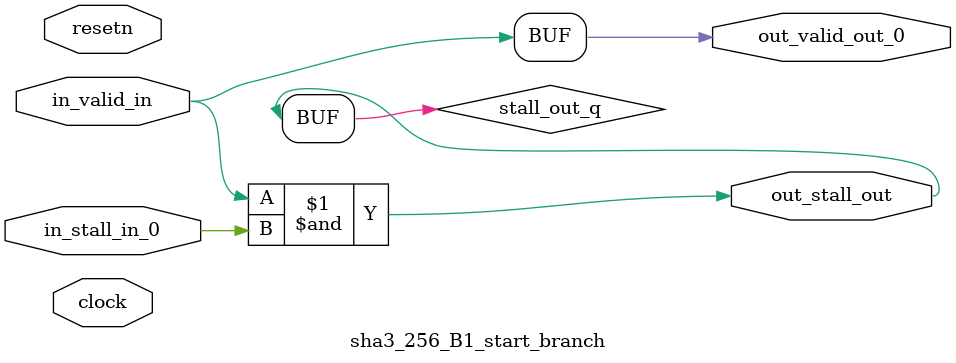
<source format=sv>



(* altera_attribute = "-name AUTO_SHIFT_REGISTER_RECOGNITION OFF; -name MESSAGE_DISABLE 10036; -name MESSAGE_DISABLE 10037; -name MESSAGE_DISABLE 14130; -name MESSAGE_DISABLE 14320; -name MESSAGE_DISABLE 15400; -name MESSAGE_DISABLE 14130; -name MESSAGE_DISABLE 10036; -name MESSAGE_DISABLE 12020; -name MESSAGE_DISABLE 12030; -name MESSAGE_DISABLE 12010; -name MESSAGE_DISABLE 12110; -name MESSAGE_DISABLE 14320; -name MESSAGE_DISABLE 13410; -name MESSAGE_DISABLE 113007; -name MESSAGE_DISABLE 10958" *)
module sha3_256_B1_start_branch (
    input wire [0:0] in_stall_in_0,
    input wire [0:0] in_valid_in,
    output wire [0:0] out_stall_out,
    output wire [0:0] out_valid_out_0,
    input wire clock,
    input wire resetn
    );

    wire [0:0] stall_out_q;


    // stall_out(LOGICAL,6)
    assign stall_out_q = in_valid_in & in_stall_in_0;

    // out_stall_out(GPOUT,4)
    assign out_stall_out = stall_out_q;

    // out_valid_out_0(GPOUT,5)
    assign out_valid_out_0 = in_valid_in;

endmodule

</source>
